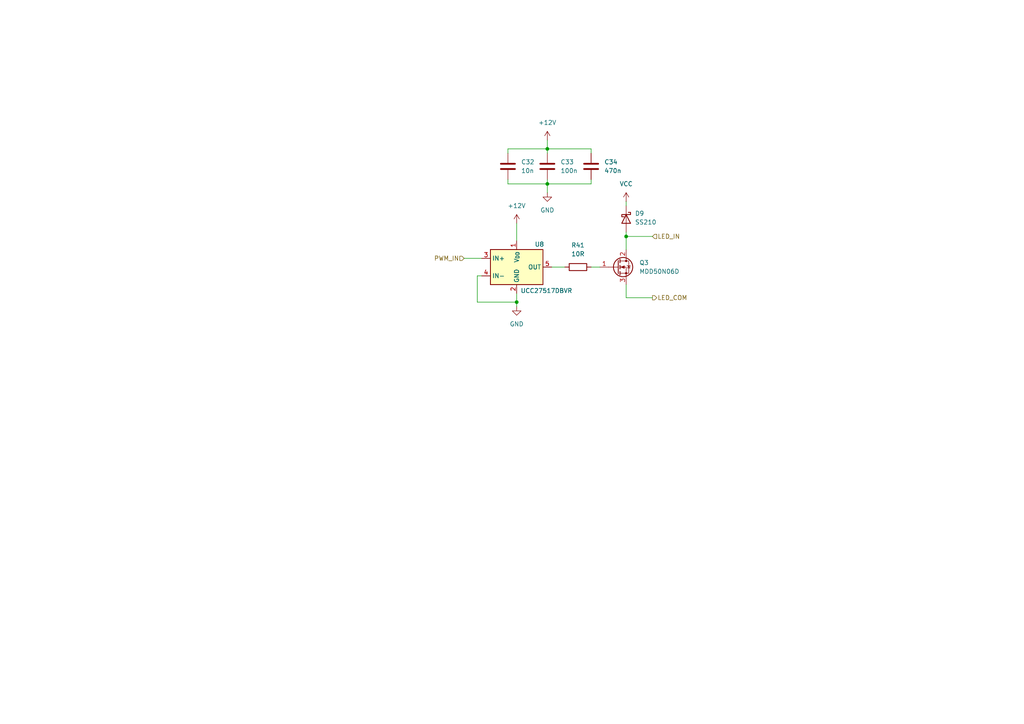
<source format=kicad_sch>
(kicad_sch (version 20231120) (generator "eeschema") (generator_version "8.0")
  (paper "A4")
  (lib_symbols
    (symbol "Device:C" (pin_numbers hide) (pin_names (offset 0.254))
      (property "Reference" "C" (at 0.635 2.54 0))
      (property "Value" "C" (at 0.635 -2.54 0))
      (symbol "C_0_1"
        (polyline (pts (xy -2.032 -0.762) (xy 2.032 -0.762)) (stroke (width 0.508)))
        (polyline (pts (xy -2.032 0.762) (xy 2.032 0.762)) (stroke (width 0.508)))
      )
      (symbol "C_1_1"
        (pin passive line (at 0 3.81 270) (length 2.794) (name "~") (number "1"))
        (pin passive line (at 0 -3.81 90) (length 2.794) (name "~") (number "2"))
      )
    )
    (symbol "Device:D_Schottky" (pin_numbers hide) (pin_names (offset 1.016) hide)
      (property "Reference" "D" (at 0 2.54 0))
      (property "Value" "D_Schottky" (at 0 -2.54 0))
      (symbol "D_Schottky_0_1"
        (polyline (pts (xy 1.27 0) (xy -1.27 0)))
        (polyline (pts (xy 1.27 1.27) (xy 1.27 -1.27) (xy -1.27 0) (xy 1.27 1.27)) (stroke (width 0.254)))
        (polyline (pts (xy -1.905 0.635) (xy -1.905 1.27) (xy -1.27 1.27) (xy -1.27 -1.27) (xy -0.635 -1.27) (xy -0.635 -0.635)) (stroke (width 0.254)))
      )
      (symbol "D_Schottky_1_1"
        (pin passive line (at -3.81 0 0) (length 2.54) (name "K") (number "1"))
        (pin passive line (at 3.81 0 180) (length 2.54) (name "A") (number "2"))
      )
    )
    (symbol "Device:Q_NMOS_GDS" (pin_names (offset 0) hide)
      (property "Reference" "Q" (at 5.08 1.27 0))
      (property "Value" "Q_NMOS_GDS" (at 5.08 -1.27 0))
      (symbol "Q_NMOS_GDS_0_1"
        (polyline (pts (xy 0.254 0) (xy -2.54 0)))
        (polyline (pts (xy 0.254 1.905) (xy 0.254 -1.905)) (stroke (width 0.254)))
        (polyline (pts (xy 0.762 -1.27) (xy 0.762 -2.286)) (stroke (width 0.254)))
        (polyline (pts (xy 0.762 0.508) (xy 0.762 -0.508)) (stroke (width 0.254)))
        (polyline (pts (xy 0.762 2.286) (xy 0.762 1.27)) (stroke (width 0.254)))
        (polyline (pts (xy 2.54 2.54) (xy 2.54 1.778)))
        (polyline (pts (xy 2.54 -2.54) (xy 2.54 0) (xy 0.762 0)))
        (polyline (pts (xy 0.762 -1.778) (xy 3.302 -1.778) (xy 3.302 1.778) (xy 0.762 1.778)))
        (polyline (pts (xy 1.016 0) (xy 2.032 0.381) (xy 2.032 -0.381) (xy 1.016 0)) (fill (type outline)))
        (polyline (pts (xy 2.794 0.508) (xy 2.921 0.381) (xy 3.683 0.381) (xy 3.81 0.254)))
        (polyline (pts (xy 3.302 0.381) (xy 2.921 -0.254) (xy 3.683 -0.254) (xy 3.302 0.381)))
        (circle (center 1.651 0) (radius 2.794) (stroke (width 0.254)))
        (circle (center 2.54 -1.778) (radius 0.254) (fill (type outline)))
        (circle (center 2.54 1.778) (radius 0.254) (fill (type outline)))
      )
      (symbol "Q_NMOS_GDS_1_1"
        (pin input line (at -5.08 0 0) (length 2.54) (name "G") (number "1"))
        (pin passive line (at 2.54 5.08 270) (length 2.54) (name "D") (number "2"))
        (pin passive line (at 2.54 -5.08 90) (length 2.54) (name "S") (number "3"))
      )
    )
    (symbol "Device:R" (pin_numbers hide) (pin_names (offset 0))
      (property "Reference" "R" (at 2.032 0 90))
      (property "Value" "R" (at 0 0 90))
      (symbol "R_0_1"
        (rectangle (start -1.016 -2.54) (end 1.016 2.54) (stroke (width 0.254)))
      )
      (symbol "R_1_1"
        (pin passive line (at 0 3.81 270) (length 1.27) (name "~") (number "1"))
        (pin passive line (at 0 -3.81 90) (length 1.27) (name "~") (number "2"))
      )
    )
    (symbol "led_driver:UCC27517DBVR"
      (property "Reference" "U" (at 5.08 6.35 0))
      (property "Value" "UCC27517DBVR" (at 8.89 -6.35 0))
      (symbol "UCC27517DBVR_0_1"
        (rectangle (start -7.62 5.08) (end 7.62 -5.08) (stroke (width 0.254)) (fill (type background)))
      )
      (symbol "UCC27517DBVR_1_1"
        (pin power_in line (at 0 7.62 270) (length 2.54) (name "V_{DD}") (number "1"))
        (pin power_in line (at 0 -7.62 90) (length 2.54) (name "GND") (number "2"))
        (pin input line (at -10.16 2.54 0) (length 2.54) (name "IN+") (number "3"))
        (pin input line (at -10.16 -2.54 0) (length 2.54) (name "IN-") (number "4"))
        (pin output line (at 10.16 0 180) (length 2.54) (name "OUT") (number "5"))
      )
    )
    (symbol "power:+12V" (power) (pin_numbers hide) (pin_names (offset 0) hide)
      (property "Value" "+12V" (at 0 3.556 0))
      (symbol "+12V_0_1"
        (polyline (pts (xy -0.762 1.27) (xy 0 2.54)))
        (polyline (pts (xy 0 0) (xy 0 2.54)))
        (polyline (pts (xy 0 2.54) (xy 0.762 1.27)))
      )
      (symbol "+12V_1_1"
        (pin power_in line (at 0 0 90) (length 0) (name "~") (number "1"))
      )
    )
    (symbol "power:GND" (power) (pin_numbers hide) (pin_names (offset 0) hide)
      (property "Value" "GND" (at 0 -3.81 0))
      (symbol "GND_0_1"
        (polyline (pts (xy 0 0) (xy 0 -1.27) (xy 1.27 -1.27) (xy 0 -2.54) (xy -1.27 -1.27) (xy 0 -1.27)))
      )
      (symbol "GND_1_1"
        (pin power_in line (at 0 0 270) (length 0) (name "~") (number "1"))
      )
    )
    (symbol "power:VCC" (power) (pin_numbers hide) (pin_names (offset 0) hide)
      (property "Value" "VCC" (at 0 3.556 0))
      (symbol "VCC_0_1"
        (polyline (pts (xy -0.762 1.27) (xy 0 2.54)))
        (polyline (pts (xy 0 0) (xy 0 2.54)))
        (polyline (pts (xy 0 2.54) (xy 0.762 1.27)))
      )
      (symbol "VCC_1_1"
        (pin power_in line (at 0 0 90) (length 0) (name "~") (number "1"))
      )
    )
  )
  (junction (at 158.75 43.18))
  (junction (at 158.75 53.34))
  (junction (at 181.61 68.58))
  (junction (at 149.86 87.63))
  (wire (pts (xy 158.75 43.18) (xy 171.45 43.18)))
  (wire (pts (xy 158.75 52.07) (xy 158.75 53.34)))
  (wire (pts (xy 158.75 40.64) (xy 158.75 43.18)))
  (wire (pts (xy 149.86 64.77) (xy 149.86 69.85)))
  (wire (pts (xy 171.45 77.47) (xy 173.99 77.47)))
  (wire (pts (xy 171.45 53.34) (xy 171.45 52.07)))
  (wire (pts (xy 149.86 85.09) (xy 149.86 87.63)))
  (wire (pts (xy 158.75 43.18) (xy 158.75 44.45)))
  (wire (pts (xy 139.7 80.01) (xy 138.43 80.01)))
  (wire (pts (xy 158.75 53.34) (xy 171.45 53.34)))
  (wire (pts (xy 181.61 58.42) (xy 181.61 59.69)))
  (wire (pts (xy 147.32 44.45) (xy 147.32 43.18)))
  (wire (pts (xy 181.61 67.31) (xy 181.61 68.58)))
  (wire (pts (xy 181.61 86.36) (xy 189.23 86.36)))
  (wire (pts (xy 181.61 82.55) (xy 181.61 86.36)))
  (wire (pts (xy 147.32 53.34) (xy 158.75 53.34)))
  (wire (pts (xy 171.45 43.18) (xy 171.45 44.45)))
  (wire (pts (xy 181.61 68.58) (xy 189.23 68.58)))
  (wire (pts (xy 138.43 80.01) (xy 138.43 87.63)))
  (wire (pts (xy 160.02 77.47) (xy 163.83 77.47)))
  (wire (pts (xy 138.43 87.63) (xy 149.86 87.63)))
  (wire (pts (xy 147.32 43.18) (xy 158.75 43.18)))
  (wire (pts (xy 147.32 52.07) (xy 147.32 53.34)))
  (wire (pts (xy 134.62 74.93) (xy 139.7 74.93)))
  (wire (pts (xy 149.86 87.63) (xy 149.86 88.9)))
  (wire (pts (xy 181.61 72.39) (xy 181.61 68.58)))
  (wire (pts (xy 158.75 53.34) (xy 158.75 55.88)))
  (hierarchical_label "PWM_IN" (shape input) (at 134.62 74.93 180))
  (hierarchical_label "LED_IN" (shape input) (at 189.23 68.58 0))
  (hierarchical_label "LED_COM" (shape output) (at 189.23 86.36 0))
  (symbol (lib_id "Device:D_Schottky") (at 181.61 63.5 270) (unit 1)
    (property "Reference" "D8" (at 184.15 61.9124 90) (effects (justify left)))
    (property "Value" "SS210" (at 184.15 64.4524 90) (effects (justify left)))
    (property "Footprint" "Diode_SMD:D_SMA" (effects (hide yes)))
    (property "Description" "Schottky diode" (effects (hide yes)))
    (property "LCSC" "C14996" (effects (hide yes)))
    (instances (project "LED_driver3" (path "" (reference "D9") (unit 1)) (path "" (reference "D8") (unit 1)) (path "" (reference "D7") (unit 1))))
  )
  (symbol (lib_id "power:GND") (at 149.86 88.9 0) (unit 1)
    (property "Reference" "#PWR077" (effects (hide yes)))
    (property "Value" "GND" (at 149.86 93.98 0))
    (property "Description" "Power symbol creates a global label with name \"GND\" , ground" (effects (hide yes)))
    (instances (project "LED_driver3" (path "" (reference "#PWR082") (unit 1)) (path "" (reference "#PWR077") (unit 1)) (path "" (reference "#PWR072") (unit 1))))
  )
  (symbol (lib_id "power:GND") (at 158.75 55.88 0) (unit 1)
    (property "Reference" "#PWR074" (effects (hide yes)))
    (property "Value" "GND" (at 158.75 60.96 0))
    (property "Description" "Power symbol creates a global label with name \"GND\" , ground" (effects (hide yes)))
    (instances (project "LED_driver3" (path "" (reference "#PWR084") (unit 1)) (path "" (reference "#PWR079") (unit 1)) (path "" (reference "#PWR074") (unit 1))))
  )
  (symbol (lib_id "power:+12V") (at 158.75 40.64 0) (unit 1)
    (property "Reference" "#PWR073" (effects (hide yes)))
    (property "Value" "+12V" (at 158.75 35.56 0))
    (property "Description" "Power symbol creates a global label with name \"+12V\"" (effects (hide yes)))
    (instances (project "LED_driver3" (path "" (reference "#PWR083") (unit 1)) (path "" (reference "#PWR078") (unit 1)) (path "" (reference "#PWR073") (unit 1))))
  )
  (symbol (lib_id "power:VCC") (at 181.61 58.42 0) (unit 1)
    (property "Reference" "#PWR080" (effects (hide yes)))
    (property "Value" "VCC" (at 181.61 53.34 0))
    (property "Description" "Power symbol creates a global label with name \"VCC\"" (effects (hide yes)))
    (instances (project "LED_driver3" (path "" (reference "#PWR085") (unit 1)) (path "" (reference "#PWR080") (unit 1)) (path "" (reference "#PWR075") (unit 1))))
  )
  (symbol (lib_id "Device:C") (at 171.45 48.26 0) (unit 1)
    (property "Reference" "C28" (at 175.26 46.9899 0) (effects (justify left)))
    (property "Value" "470n" (at 175.26 49.5299 0) (effects (justify left)))
    (property "Footprint" "Capacitor_SMD:C_0603_1608Metric" (effects (hide yes)))
    (property "Description" "Unpolarized capacitor" (effects (hide yes)))
    (property "LCSC" "C1623" (effects (hide yes)))
    (instances (project "LED_driver3" (path "" (reference "C34") (unit 1)) (path "" (reference "C31") (unit 1)) (path "" (reference "C28") (unit 1))))
  )
  (symbol (lib_id "Device:C") (at 158.75 48.26 0) (unit 1)
    (property "Reference" "C27" (at 162.56 46.9899 0) (effects (justify left)))
    (property "Value" "100n" (at 162.56 49.5299 0) (effects (justify left)))
    (property "Footprint" "Capacitor_SMD:C_0603_1608Metric" (effects (hide yes)))
    (property "Description" "Unpolarized capacitor" (effects (hide yes)))
    (property "LCSC" "C14663" (effects (hide yes)))
    (instances (project "LED_driver3" (path "" (reference "C33") (unit 1)) (path "" (reference "C30") (unit 1)) (path "" (reference "C27") (unit 1))))
  )
  (symbol (lib_id "Device:C") (at 147.32 48.26 0) (unit 1)
    (property "Reference" "C29" (at 151.13 46.9899 0) (effects (justify left)))
    (property "Value" "10n" (at 151.13 49.5299 0) (effects (justify left)))
    (property "Footprint" "Capacitor_SMD:C_0603_1608Metric" (effects (hide yes)))
    (property "Description" "Unpolarized capacitor" (effects (hide yes)))
    (property "LCSC" "C57112" (effects (hide yes)))
    (instances (project "LED_driver3" (path "" (reference "C32") (unit 1)) (path "" (reference "C29") (unit 1)) (path "" (reference "C26") (unit 1))))
  )
  (symbol (lib_id "Device:Q_NMOS_GDS") (at 179.07 77.47 0) (unit 1)
    (property "Reference" "Q1" (at 185.42 76.1999 0) (effects (justify left)))
    (property "Value" "MDD50N06D" (at 185.42 78.7399 0) (effects (justify left)))
    (property "Footprint" "Package_TO_SOT_SMD:TO-252-2" (effects (hide yes)))
    (property "Description" "N-MOSFET transistor, gate/drain/source" (effects (hide yes)))
    (property "LCSC" "C99395" (effects (hide yes)))
    (instances (project "LED_driver3" (path "" (reference "Q3") (unit 1)) (path "" (reference "Q2") (unit 1)) (path "" (reference "Q1") (unit 1))))
  )
  (symbol (lib_id "Device:R") (at 167.64 77.47 90) (unit 1)
    (property "Reference" "R40" (at 167.64 71.12 90))
    (property "Value" "10R" (at 167.64 73.66 90))
    (property "Footprint" "Resistor_SMD:R_0603_1608Metric" (effects (hide yes)))
    (property "Description" "Resistor" (effects (hide yes)))
    (property "LCSC" "C22859" (effects (hide yes)))
    (instances (project "LED_driver3" (path "" (reference "R41") (unit 1)) (path "" (reference "R40") (unit 1)) (path "" (reference "R39") (unit 1))))
  )
  (symbol (lib_id "led_driver:UCC27517DBVR") (at 149.86 77.47 0) (unit 1)
    (property "Reference" "U7" (at 156.464 70.866 0))
    (property "Value" "UCC27517DBVR" (at 158.496 84.328 0))
    (property "Footprint" "Package_TO_SOT_SMD:SOT-23-5" (effects (hide yes)))
    (property "Datasheet" "https://www.ti.com/lit/ds/symlink/ucc27517.pdf" (effects (hide yes)))
    (property "Description" "Single-Channel High-Speed Low-Side Gate Driver With 4-A Peak Source/Sink, SOT-23-5" (effects (hide yes)))
    (instances (project "LED_driver3" (path "" (reference "U8") (unit 1)) (path "" (reference "U7") (unit 1)) (path "" (reference "U6") (unit 1))))
  )
  (symbol (lib_id "power:+12V") (at 149.86 64.77 0) (unit 1)
    (property "Reference" "#PWR076" (effects (hide yes)))
    (property "Value" "+12V" (at 149.86 59.69 0))
    (property "Description" "Power symbol creates a global label with name \"+12V\"" (effects (hide yes)))
    (instances (project "LED_driver3" (path "" (reference "#PWR081") (unit 1)) (path "" (reference "#PWR076") (unit 1)) (path "" (reference "#PWR071") (unit 1))))
  )
)
</source>
